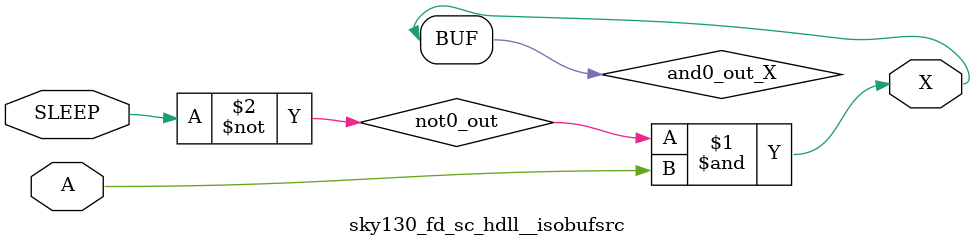
<source format=v>



module sky130_fd_sc_hdll__isobufsrc (
    X    ,
    SLEEP,
    A
);

    output X    ;
    input  SLEEP;
    input  A    ;

    wire not0_out  ;
    wire and0_out_X;

    not not0 (not0_out  , SLEEP          );
    and and0 (and0_out_X, not0_out, A    );
    buf buf0 (X         , and0_out_X     );

endmodule

</source>
